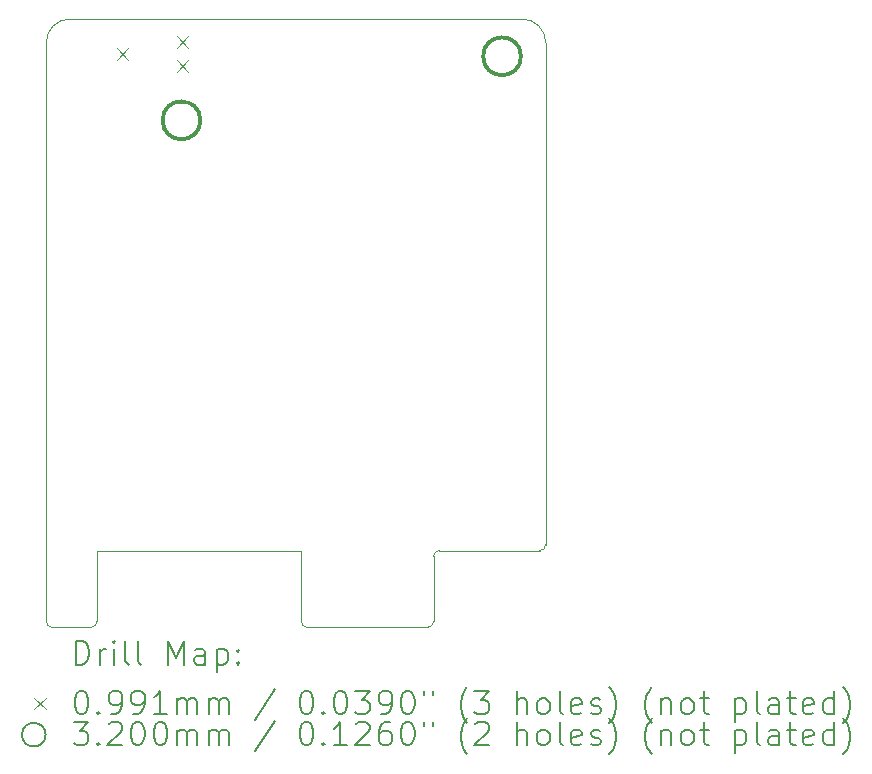
<source format=gbr>
%FSLAX45Y45*%
G04 Gerber Fmt 4.5, Leading zero omitted, Abs format (unit mm)*
G04 Created by KiCad (PCBNEW (6.0.1-0)) date 2022-02-11 21:02:17*
%MOMM*%
%LPD*%
G01*
G04 APERTURE LIST*
%TA.AperFunction,Profile*%
%ADD10C,0.100000*%
%TD*%
%ADD11C,0.200000*%
%ADD12C,0.099060*%
%ADD13C,0.320000*%
G04 APERTURE END LIST*
D10*
X8303200Y-15596800D02*
G75*
G03*
X8353200Y-15646800I50000J0D01*
G01*
X12533200Y-10696800D02*
G75*
G03*
X12333200Y-10496800I-200000J0D01*
G01*
X12333200Y-10496800D02*
X8503200Y-10496800D01*
X12483200Y-14996800D02*
G75*
G03*
X12533200Y-14946800I0J50000D01*
G01*
X8683200Y-15646800D02*
X8353200Y-15646800D01*
X11533200Y-15646800D02*
X10513200Y-15646800D01*
X10463200Y-15596800D02*
G75*
G03*
X10513200Y-15646800I50000J0D01*
G01*
X11533200Y-15646800D02*
G75*
G03*
X11583200Y-15596800I0J50000D01*
G01*
X11583200Y-15596800D02*
X11583200Y-15046800D01*
X10463200Y-14996800D02*
X8733200Y-14996800D01*
X11633200Y-14996800D02*
G75*
G03*
X11583200Y-15046800I0J-50000D01*
G01*
X8733200Y-14996800D02*
X8733200Y-15596800D01*
X10463200Y-15596800D02*
X10463200Y-14996800D01*
X8683200Y-15646800D02*
G75*
G03*
X8733200Y-15596800I0J50000D01*
G01*
X8303200Y-15596800D02*
X8303200Y-10696800D01*
X8503200Y-10496800D02*
G75*
G03*
X8303200Y-10696800I0J-200000D01*
G01*
X12533200Y-10696800D02*
X12533200Y-14946800D01*
X12483200Y-14996800D02*
X11633200Y-14996800D01*
D11*
D12*
X8900070Y-10740610D02*
X8999130Y-10839670D01*
X8999130Y-10740610D02*
X8900070Y-10839670D01*
X9408070Y-10639010D02*
X9507130Y-10738070D01*
X9507130Y-10639010D02*
X9408070Y-10738070D01*
X9408070Y-10842210D02*
X9507130Y-10941270D01*
X9507130Y-10842210D02*
X9408070Y-10941270D01*
D13*
X9608800Y-11353800D02*
G75*
G03*
X9608800Y-11353800I-160000J0D01*
G01*
X12323000Y-10812000D02*
G75*
G03*
X12323000Y-10812000I-160000J0D01*
G01*
D11*
X8555819Y-15962276D02*
X8555819Y-15762276D01*
X8603438Y-15762276D01*
X8632010Y-15771800D01*
X8651057Y-15790848D01*
X8660581Y-15809895D01*
X8670105Y-15847990D01*
X8670105Y-15876562D01*
X8660581Y-15914657D01*
X8651057Y-15933705D01*
X8632010Y-15952752D01*
X8603438Y-15962276D01*
X8555819Y-15962276D01*
X8755819Y-15962276D02*
X8755819Y-15828943D01*
X8755819Y-15867038D02*
X8765343Y-15847990D01*
X8774867Y-15838467D01*
X8793914Y-15828943D01*
X8812962Y-15828943D01*
X8879629Y-15962276D02*
X8879629Y-15828943D01*
X8879629Y-15762276D02*
X8870105Y-15771800D01*
X8879629Y-15781324D01*
X8889152Y-15771800D01*
X8879629Y-15762276D01*
X8879629Y-15781324D01*
X9003438Y-15962276D02*
X8984390Y-15952752D01*
X8974867Y-15933705D01*
X8974867Y-15762276D01*
X9108200Y-15962276D02*
X9089152Y-15952752D01*
X9079629Y-15933705D01*
X9079629Y-15762276D01*
X9336771Y-15962276D02*
X9336771Y-15762276D01*
X9403438Y-15905133D01*
X9470105Y-15762276D01*
X9470105Y-15962276D01*
X9651057Y-15962276D02*
X9651057Y-15857514D01*
X9641533Y-15838467D01*
X9622486Y-15828943D01*
X9584390Y-15828943D01*
X9565343Y-15838467D01*
X9651057Y-15952752D02*
X9632010Y-15962276D01*
X9584390Y-15962276D01*
X9565343Y-15952752D01*
X9555819Y-15933705D01*
X9555819Y-15914657D01*
X9565343Y-15895609D01*
X9584390Y-15886086D01*
X9632010Y-15886086D01*
X9651057Y-15876562D01*
X9746295Y-15828943D02*
X9746295Y-16028943D01*
X9746295Y-15838467D02*
X9765343Y-15828943D01*
X9803438Y-15828943D01*
X9822486Y-15838467D01*
X9832010Y-15847990D01*
X9841533Y-15867038D01*
X9841533Y-15924181D01*
X9832010Y-15943228D01*
X9822486Y-15952752D01*
X9803438Y-15962276D01*
X9765343Y-15962276D01*
X9746295Y-15952752D01*
X9927248Y-15943228D02*
X9936771Y-15952752D01*
X9927248Y-15962276D01*
X9917724Y-15952752D01*
X9927248Y-15943228D01*
X9927248Y-15962276D01*
X9927248Y-15838467D02*
X9936771Y-15847990D01*
X9927248Y-15857514D01*
X9917724Y-15847990D01*
X9927248Y-15838467D01*
X9927248Y-15857514D01*
D12*
X8199140Y-16242270D02*
X8298200Y-16341330D01*
X8298200Y-16242270D02*
X8199140Y-16341330D01*
D11*
X8593914Y-16182276D02*
X8612962Y-16182276D01*
X8632010Y-16191800D01*
X8641533Y-16201324D01*
X8651057Y-16220371D01*
X8660581Y-16258467D01*
X8660581Y-16306086D01*
X8651057Y-16344181D01*
X8641533Y-16363228D01*
X8632010Y-16372752D01*
X8612962Y-16382276D01*
X8593914Y-16382276D01*
X8574867Y-16372752D01*
X8565343Y-16363228D01*
X8555819Y-16344181D01*
X8546295Y-16306086D01*
X8546295Y-16258467D01*
X8555819Y-16220371D01*
X8565343Y-16201324D01*
X8574867Y-16191800D01*
X8593914Y-16182276D01*
X8746295Y-16363228D02*
X8755819Y-16372752D01*
X8746295Y-16382276D01*
X8736771Y-16372752D01*
X8746295Y-16363228D01*
X8746295Y-16382276D01*
X8851057Y-16382276D02*
X8889152Y-16382276D01*
X8908200Y-16372752D01*
X8917724Y-16363228D01*
X8936771Y-16334657D01*
X8946295Y-16296562D01*
X8946295Y-16220371D01*
X8936771Y-16201324D01*
X8927248Y-16191800D01*
X8908200Y-16182276D01*
X8870105Y-16182276D01*
X8851057Y-16191800D01*
X8841533Y-16201324D01*
X8832010Y-16220371D01*
X8832010Y-16267990D01*
X8841533Y-16287038D01*
X8851057Y-16296562D01*
X8870105Y-16306086D01*
X8908200Y-16306086D01*
X8927248Y-16296562D01*
X8936771Y-16287038D01*
X8946295Y-16267990D01*
X9041533Y-16382276D02*
X9079629Y-16382276D01*
X9098676Y-16372752D01*
X9108200Y-16363228D01*
X9127248Y-16334657D01*
X9136771Y-16296562D01*
X9136771Y-16220371D01*
X9127248Y-16201324D01*
X9117724Y-16191800D01*
X9098676Y-16182276D01*
X9060581Y-16182276D01*
X9041533Y-16191800D01*
X9032010Y-16201324D01*
X9022486Y-16220371D01*
X9022486Y-16267990D01*
X9032010Y-16287038D01*
X9041533Y-16296562D01*
X9060581Y-16306086D01*
X9098676Y-16306086D01*
X9117724Y-16296562D01*
X9127248Y-16287038D01*
X9136771Y-16267990D01*
X9327248Y-16382276D02*
X9212962Y-16382276D01*
X9270105Y-16382276D02*
X9270105Y-16182276D01*
X9251057Y-16210848D01*
X9232010Y-16229895D01*
X9212962Y-16239419D01*
X9412962Y-16382276D02*
X9412962Y-16248943D01*
X9412962Y-16267990D02*
X9422486Y-16258467D01*
X9441533Y-16248943D01*
X9470105Y-16248943D01*
X9489152Y-16258467D01*
X9498676Y-16277514D01*
X9498676Y-16382276D01*
X9498676Y-16277514D02*
X9508200Y-16258467D01*
X9527248Y-16248943D01*
X9555819Y-16248943D01*
X9574867Y-16258467D01*
X9584390Y-16277514D01*
X9584390Y-16382276D01*
X9679629Y-16382276D02*
X9679629Y-16248943D01*
X9679629Y-16267990D02*
X9689152Y-16258467D01*
X9708200Y-16248943D01*
X9736771Y-16248943D01*
X9755819Y-16258467D01*
X9765343Y-16277514D01*
X9765343Y-16382276D01*
X9765343Y-16277514D02*
X9774867Y-16258467D01*
X9793914Y-16248943D01*
X9822486Y-16248943D01*
X9841533Y-16258467D01*
X9851057Y-16277514D01*
X9851057Y-16382276D01*
X10241533Y-16172752D02*
X10070105Y-16429895D01*
X10498676Y-16182276D02*
X10517724Y-16182276D01*
X10536771Y-16191800D01*
X10546295Y-16201324D01*
X10555819Y-16220371D01*
X10565343Y-16258467D01*
X10565343Y-16306086D01*
X10555819Y-16344181D01*
X10546295Y-16363228D01*
X10536771Y-16372752D01*
X10517724Y-16382276D01*
X10498676Y-16382276D01*
X10479629Y-16372752D01*
X10470105Y-16363228D01*
X10460581Y-16344181D01*
X10451057Y-16306086D01*
X10451057Y-16258467D01*
X10460581Y-16220371D01*
X10470105Y-16201324D01*
X10479629Y-16191800D01*
X10498676Y-16182276D01*
X10651057Y-16363228D02*
X10660581Y-16372752D01*
X10651057Y-16382276D01*
X10641533Y-16372752D01*
X10651057Y-16363228D01*
X10651057Y-16382276D01*
X10784390Y-16182276D02*
X10803438Y-16182276D01*
X10822486Y-16191800D01*
X10832010Y-16201324D01*
X10841533Y-16220371D01*
X10851057Y-16258467D01*
X10851057Y-16306086D01*
X10841533Y-16344181D01*
X10832010Y-16363228D01*
X10822486Y-16372752D01*
X10803438Y-16382276D01*
X10784390Y-16382276D01*
X10765343Y-16372752D01*
X10755819Y-16363228D01*
X10746295Y-16344181D01*
X10736771Y-16306086D01*
X10736771Y-16258467D01*
X10746295Y-16220371D01*
X10755819Y-16201324D01*
X10765343Y-16191800D01*
X10784390Y-16182276D01*
X10917724Y-16182276D02*
X11041533Y-16182276D01*
X10974867Y-16258467D01*
X11003438Y-16258467D01*
X11022486Y-16267990D01*
X11032010Y-16277514D01*
X11041533Y-16296562D01*
X11041533Y-16344181D01*
X11032010Y-16363228D01*
X11022486Y-16372752D01*
X11003438Y-16382276D01*
X10946295Y-16382276D01*
X10927248Y-16372752D01*
X10917724Y-16363228D01*
X11136771Y-16382276D02*
X11174867Y-16382276D01*
X11193914Y-16372752D01*
X11203438Y-16363228D01*
X11222486Y-16334657D01*
X11232009Y-16296562D01*
X11232009Y-16220371D01*
X11222486Y-16201324D01*
X11212962Y-16191800D01*
X11193914Y-16182276D01*
X11155819Y-16182276D01*
X11136771Y-16191800D01*
X11127248Y-16201324D01*
X11117724Y-16220371D01*
X11117724Y-16267990D01*
X11127248Y-16287038D01*
X11136771Y-16296562D01*
X11155819Y-16306086D01*
X11193914Y-16306086D01*
X11212962Y-16296562D01*
X11222486Y-16287038D01*
X11232009Y-16267990D01*
X11355819Y-16182276D02*
X11374867Y-16182276D01*
X11393914Y-16191800D01*
X11403438Y-16201324D01*
X11412962Y-16220371D01*
X11422486Y-16258467D01*
X11422486Y-16306086D01*
X11412962Y-16344181D01*
X11403438Y-16363228D01*
X11393914Y-16372752D01*
X11374867Y-16382276D01*
X11355819Y-16382276D01*
X11336771Y-16372752D01*
X11327248Y-16363228D01*
X11317724Y-16344181D01*
X11308200Y-16306086D01*
X11308200Y-16258467D01*
X11317724Y-16220371D01*
X11327248Y-16201324D01*
X11336771Y-16191800D01*
X11355819Y-16182276D01*
X11498676Y-16182276D02*
X11498676Y-16220371D01*
X11574867Y-16182276D02*
X11574867Y-16220371D01*
X11870105Y-16458467D02*
X11860581Y-16448943D01*
X11841533Y-16420371D01*
X11832009Y-16401324D01*
X11822486Y-16372752D01*
X11812962Y-16325133D01*
X11812962Y-16287038D01*
X11822486Y-16239419D01*
X11832009Y-16210848D01*
X11841533Y-16191800D01*
X11860581Y-16163228D01*
X11870105Y-16153705D01*
X11927248Y-16182276D02*
X12051057Y-16182276D01*
X11984390Y-16258467D01*
X12012962Y-16258467D01*
X12032009Y-16267990D01*
X12041533Y-16277514D01*
X12051057Y-16296562D01*
X12051057Y-16344181D01*
X12041533Y-16363228D01*
X12032009Y-16372752D01*
X12012962Y-16382276D01*
X11955819Y-16382276D01*
X11936771Y-16372752D01*
X11927248Y-16363228D01*
X12289152Y-16382276D02*
X12289152Y-16182276D01*
X12374867Y-16382276D02*
X12374867Y-16277514D01*
X12365343Y-16258467D01*
X12346295Y-16248943D01*
X12317724Y-16248943D01*
X12298676Y-16258467D01*
X12289152Y-16267990D01*
X12498676Y-16382276D02*
X12479628Y-16372752D01*
X12470105Y-16363228D01*
X12460581Y-16344181D01*
X12460581Y-16287038D01*
X12470105Y-16267990D01*
X12479628Y-16258467D01*
X12498676Y-16248943D01*
X12527248Y-16248943D01*
X12546295Y-16258467D01*
X12555819Y-16267990D01*
X12565343Y-16287038D01*
X12565343Y-16344181D01*
X12555819Y-16363228D01*
X12546295Y-16372752D01*
X12527248Y-16382276D01*
X12498676Y-16382276D01*
X12679628Y-16382276D02*
X12660581Y-16372752D01*
X12651057Y-16353705D01*
X12651057Y-16182276D01*
X12832009Y-16372752D02*
X12812962Y-16382276D01*
X12774867Y-16382276D01*
X12755819Y-16372752D01*
X12746295Y-16353705D01*
X12746295Y-16277514D01*
X12755819Y-16258467D01*
X12774867Y-16248943D01*
X12812962Y-16248943D01*
X12832009Y-16258467D01*
X12841533Y-16277514D01*
X12841533Y-16296562D01*
X12746295Y-16315609D01*
X12917724Y-16372752D02*
X12936771Y-16382276D01*
X12974867Y-16382276D01*
X12993914Y-16372752D01*
X13003438Y-16353705D01*
X13003438Y-16344181D01*
X12993914Y-16325133D01*
X12974867Y-16315609D01*
X12946295Y-16315609D01*
X12927248Y-16306086D01*
X12917724Y-16287038D01*
X12917724Y-16277514D01*
X12927248Y-16258467D01*
X12946295Y-16248943D01*
X12974867Y-16248943D01*
X12993914Y-16258467D01*
X13070105Y-16458467D02*
X13079628Y-16448943D01*
X13098676Y-16420371D01*
X13108200Y-16401324D01*
X13117724Y-16372752D01*
X13127248Y-16325133D01*
X13127248Y-16287038D01*
X13117724Y-16239419D01*
X13108200Y-16210848D01*
X13098676Y-16191800D01*
X13079628Y-16163228D01*
X13070105Y-16153705D01*
X13432009Y-16458467D02*
X13422486Y-16448943D01*
X13403438Y-16420371D01*
X13393914Y-16401324D01*
X13384390Y-16372752D01*
X13374867Y-16325133D01*
X13374867Y-16287038D01*
X13384390Y-16239419D01*
X13393914Y-16210848D01*
X13403438Y-16191800D01*
X13422486Y-16163228D01*
X13432009Y-16153705D01*
X13508200Y-16248943D02*
X13508200Y-16382276D01*
X13508200Y-16267990D02*
X13517724Y-16258467D01*
X13536771Y-16248943D01*
X13565343Y-16248943D01*
X13584390Y-16258467D01*
X13593914Y-16277514D01*
X13593914Y-16382276D01*
X13717724Y-16382276D02*
X13698676Y-16372752D01*
X13689152Y-16363228D01*
X13679628Y-16344181D01*
X13679628Y-16287038D01*
X13689152Y-16267990D01*
X13698676Y-16258467D01*
X13717724Y-16248943D01*
X13746295Y-16248943D01*
X13765343Y-16258467D01*
X13774867Y-16267990D01*
X13784390Y-16287038D01*
X13784390Y-16344181D01*
X13774867Y-16363228D01*
X13765343Y-16372752D01*
X13746295Y-16382276D01*
X13717724Y-16382276D01*
X13841533Y-16248943D02*
X13917724Y-16248943D01*
X13870105Y-16182276D02*
X13870105Y-16353705D01*
X13879628Y-16372752D01*
X13898676Y-16382276D01*
X13917724Y-16382276D01*
X14136771Y-16248943D02*
X14136771Y-16448943D01*
X14136771Y-16258467D02*
X14155819Y-16248943D01*
X14193914Y-16248943D01*
X14212962Y-16258467D01*
X14222486Y-16267990D01*
X14232009Y-16287038D01*
X14232009Y-16344181D01*
X14222486Y-16363228D01*
X14212962Y-16372752D01*
X14193914Y-16382276D01*
X14155819Y-16382276D01*
X14136771Y-16372752D01*
X14346295Y-16382276D02*
X14327248Y-16372752D01*
X14317724Y-16353705D01*
X14317724Y-16182276D01*
X14508200Y-16382276D02*
X14508200Y-16277514D01*
X14498676Y-16258467D01*
X14479628Y-16248943D01*
X14441533Y-16248943D01*
X14422486Y-16258467D01*
X14508200Y-16372752D02*
X14489152Y-16382276D01*
X14441533Y-16382276D01*
X14422486Y-16372752D01*
X14412962Y-16353705D01*
X14412962Y-16334657D01*
X14422486Y-16315609D01*
X14441533Y-16306086D01*
X14489152Y-16306086D01*
X14508200Y-16296562D01*
X14574867Y-16248943D02*
X14651057Y-16248943D01*
X14603438Y-16182276D02*
X14603438Y-16353705D01*
X14612962Y-16372752D01*
X14632009Y-16382276D01*
X14651057Y-16382276D01*
X14793914Y-16372752D02*
X14774867Y-16382276D01*
X14736771Y-16382276D01*
X14717724Y-16372752D01*
X14708200Y-16353705D01*
X14708200Y-16277514D01*
X14717724Y-16258467D01*
X14736771Y-16248943D01*
X14774867Y-16248943D01*
X14793914Y-16258467D01*
X14803438Y-16277514D01*
X14803438Y-16296562D01*
X14708200Y-16315609D01*
X14974867Y-16382276D02*
X14974867Y-16182276D01*
X14974867Y-16372752D02*
X14955819Y-16382276D01*
X14917724Y-16382276D01*
X14898676Y-16372752D01*
X14889152Y-16363228D01*
X14879628Y-16344181D01*
X14879628Y-16287038D01*
X14889152Y-16267990D01*
X14898676Y-16258467D01*
X14917724Y-16248943D01*
X14955819Y-16248943D01*
X14974867Y-16258467D01*
X15051057Y-16458467D02*
X15060581Y-16448943D01*
X15079628Y-16420371D01*
X15089152Y-16401324D01*
X15098676Y-16372752D01*
X15108200Y-16325133D01*
X15108200Y-16287038D01*
X15098676Y-16239419D01*
X15089152Y-16210848D01*
X15079628Y-16191800D01*
X15060581Y-16163228D01*
X15051057Y-16153705D01*
X8298200Y-16555800D02*
G75*
G03*
X8298200Y-16555800I-100000J0D01*
G01*
X8536771Y-16446276D02*
X8660581Y-16446276D01*
X8593914Y-16522467D01*
X8622486Y-16522467D01*
X8641533Y-16531990D01*
X8651057Y-16541514D01*
X8660581Y-16560562D01*
X8660581Y-16608181D01*
X8651057Y-16627228D01*
X8641533Y-16636752D01*
X8622486Y-16646276D01*
X8565343Y-16646276D01*
X8546295Y-16636752D01*
X8536771Y-16627228D01*
X8746295Y-16627228D02*
X8755819Y-16636752D01*
X8746295Y-16646276D01*
X8736771Y-16636752D01*
X8746295Y-16627228D01*
X8746295Y-16646276D01*
X8832010Y-16465324D02*
X8841533Y-16455800D01*
X8860581Y-16446276D01*
X8908200Y-16446276D01*
X8927248Y-16455800D01*
X8936771Y-16465324D01*
X8946295Y-16484371D01*
X8946295Y-16503419D01*
X8936771Y-16531990D01*
X8822486Y-16646276D01*
X8946295Y-16646276D01*
X9070105Y-16446276D02*
X9089152Y-16446276D01*
X9108200Y-16455800D01*
X9117724Y-16465324D01*
X9127248Y-16484371D01*
X9136771Y-16522467D01*
X9136771Y-16570086D01*
X9127248Y-16608181D01*
X9117724Y-16627228D01*
X9108200Y-16636752D01*
X9089152Y-16646276D01*
X9070105Y-16646276D01*
X9051057Y-16636752D01*
X9041533Y-16627228D01*
X9032010Y-16608181D01*
X9022486Y-16570086D01*
X9022486Y-16522467D01*
X9032010Y-16484371D01*
X9041533Y-16465324D01*
X9051057Y-16455800D01*
X9070105Y-16446276D01*
X9260581Y-16446276D02*
X9279629Y-16446276D01*
X9298676Y-16455800D01*
X9308200Y-16465324D01*
X9317724Y-16484371D01*
X9327248Y-16522467D01*
X9327248Y-16570086D01*
X9317724Y-16608181D01*
X9308200Y-16627228D01*
X9298676Y-16636752D01*
X9279629Y-16646276D01*
X9260581Y-16646276D01*
X9241533Y-16636752D01*
X9232010Y-16627228D01*
X9222486Y-16608181D01*
X9212962Y-16570086D01*
X9212962Y-16522467D01*
X9222486Y-16484371D01*
X9232010Y-16465324D01*
X9241533Y-16455800D01*
X9260581Y-16446276D01*
X9412962Y-16646276D02*
X9412962Y-16512943D01*
X9412962Y-16531990D02*
X9422486Y-16522467D01*
X9441533Y-16512943D01*
X9470105Y-16512943D01*
X9489152Y-16522467D01*
X9498676Y-16541514D01*
X9498676Y-16646276D01*
X9498676Y-16541514D02*
X9508200Y-16522467D01*
X9527248Y-16512943D01*
X9555819Y-16512943D01*
X9574867Y-16522467D01*
X9584390Y-16541514D01*
X9584390Y-16646276D01*
X9679629Y-16646276D02*
X9679629Y-16512943D01*
X9679629Y-16531990D02*
X9689152Y-16522467D01*
X9708200Y-16512943D01*
X9736771Y-16512943D01*
X9755819Y-16522467D01*
X9765343Y-16541514D01*
X9765343Y-16646276D01*
X9765343Y-16541514D02*
X9774867Y-16522467D01*
X9793914Y-16512943D01*
X9822486Y-16512943D01*
X9841533Y-16522467D01*
X9851057Y-16541514D01*
X9851057Y-16646276D01*
X10241533Y-16436752D02*
X10070105Y-16693895D01*
X10498676Y-16446276D02*
X10517724Y-16446276D01*
X10536771Y-16455800D01*
X10546295Y-16465324D01*
X10555819Y-16484371D01*
X10565343Y-16522467D01*
X10565343Y-16570086D01*
X10555819Y-16608181D01*
X10546295Y-16627228D01*
X10536771Y-16636752D01*
X10517724Y-16646276D01*
X10498676Y-16646276D01*
X10479629Y-16636752D01*
X10470105Y-16627228D01*
X10460581Y-16608181D01*
X10451057Y-16570086D01*
X10451057Y-16522467D01*
X10460581Y-16484371D01*
X10470105Y-16465324D01*
X10479629Y-16455800D01*
X10498676Y-16446276D01*
X10651057Y-16627228D02*
X10660581Y-16636752D01*
X10651057Y-16646276D01*
X10641533Y-16636752D01*
X10651057Y-16627228D01*
X10651057Y-16646276D01*
X10851057Y-16646276D02*
X10736771Y-16646276D01*
X10793914Y-16646276D02*
X10793914Y-16446276D01*
X10774867Y-16474848D01*
X10755819Y-16493895D01*
X10736771Y-16503419D01*
X10927248Y-16465324D02*
X10936771Y-16455800D01*
X10955819Y-16446276D01*
X11003438Y-16446276D01*
X11022486Y-16455800D01*
X11032010Y-16465324D01*
X11041533Y-16484371D01*
X11041533Y-16503419D01*
X11032010Y-16531990D01*
X10917724Y-16646276D01*
X11041533Y-16646276D01*
X11212962Y-16446276D02*
X11174867Y-16446276D01*
X11155819Y-16455800D01*
X11146295Y-16465324D01*
X11127248Y-16493895D01*
X11117724Y-16531990D01*
X11117724Y-16608181D01*
X11127248Y-16627228D01*
X11136771Y-16636752D01*
X11155819Y-16646276D01*
X11193914Y-16646276D01*
X11212962Y-16636752D01*
X11222486Y-16627228D01*
X11232009Y-16608181D01*
X11232009Y-16560562D01*
X11222486Y-16541514D01*
X11212962Y-16531990D01*
X11193914Y-16522467D01*
X11155819Y-16522467D01*
X11136771Y-16531990D01*
X11127248Y-16541514D01*
X11117724Y-16560562D01*
X11355819Y-16446276D02*
X11374867Y-16446276D01*
X11393914Y-16455800D01*
X11403438Y-16465324D01*
X11412962Y-16484371D01*
X11422486Y-16522467D01*
X11422486Y-16570086D01*
X11412962Y-16608181D01*
X11403438Y-16627228D01*
X11393914Y-16636752D01*
X11374867Y-16646276D01*
X11355819Y-16646276D01*
X11336771Y-16636752D01*
X11327248Y-16627228D01*
X11317724Y-16608181D01*
X11308200Y-16570086D01*
X11308200Y-16522467D01*
X11317724Y-16484371D01*
X11327248Y-16465324D01*
X11336771Y-16455800D01*
X11355819Y-16446276D01*
X11498676Y-16446276D02*
X11498676Y-16484371D01*
X11574867Y-16446276D02*
X11574867Y-16484371D01*
X11870105Y-16722467D02*
X11860581Y-16712943D01*
X11841533Y-16684371D01*
X11832009Y-16665324D01*
X11822486Y-16636752D01*
X11812962Y-16589133D01*
X11812962Y-16551038D01*
X11822486Y-16503419D01*
X11832009Y-16474848D01*
X11841533Y-16455800D01*
X11860581Y-16427228D01*
X11870105Y-16417705D01*
X11936771Y-16465324D02*
X11946295Y-16455800D01*
X11965343Y-16446276D01*
X12012962Y-16446276D01*
X12032009Y-16455800D01*
X12041533Y-16465324D01*
X12051057Y-16484371D01*
X12051057Y-16503419D01*
X12041533Y-16531990D01*
X11927248Y-16646276D01*
X12051057Y-16646276D01*
X12289152Y-16646276D02*
X12289152Y-16446276D01*
X12374867Y-16646276D02*
X12374867Y-16541514D01*
X12365343Y-16522467D01*
X12346295Y-16512943D01*
X12317724Y-16512943D01*
X12298676Y-16522467D01*
X12289152Y-16531990D01*
X12498676Y-16646276D02*
X12479628Y-16636752D01*
X12470105Y-16627228D01*
X12460581Y-16608181D01*
X12460581Y-16551038D01*
X12470105Y-16531990D01*
X12479628Y-16522467D01*
X12498676Y-16512943D01*
X12527248Y-16512943D01*
X12546295Y-16522467D01*
X12555819Y-16531990D01*
X12565343Y-16551038D01*
X12565343Y-16608181D01*
X12555819Y-16627228D01*
X12546295Y-16636752D01*
X12527248Y-16646276D01*
X12498676Y-16646276D01*
X12679628Y-16646276D02*
X12660581Y-16636752D01*
X12651057Y-16617705D01*
X12651057Y-16446276D01*
X12832009Y-16636752D02*
X12812962Y-16646276D01*
X12774867Y-16646276D01*
X12755819Y-16636752D01*
X12746295Y-16617705D01*
X12746295Y-16541514D01*
X12755819Y-16522467D01*
X12774867Y-16512943D01*
X12812962Y-16512943D01*
X12832009Y-16522467D01*
X12841533Y-16541514D01*
X12841533Y-16560562D01*
X12746295Y-16579609D01*
X12917724Y-16636752D02*
X12936771Y-16646276D01*
X12974867Y-16646276D01*
X12993914Y-16636752D01*
X13003438Y-16617705D01*
X13003438Y-16608181D01*
X12993914Y-16589133D01*
X12974867Y-16579609D01*
X12946295Y-16579609D01*
X12927248Y-16570086D01*
X12917724Y-16551038D01*
X12917724Y-16541514D01*
X12927248Y-16522467D01*
X12946295Y-16512943D01*
X12974867Y-16512943D01*
X12993914Y-16522467D01*
X13070105Y-16722467D02*
X13079628Y-16712943D01*
X13098676Y-16684371D01*
X13108200Y-16665324D01*
X13117724Y-16636752D01*
X13127248Y-16589133D01*
X13127248Y-16551038D01*
X13117724Y-16503419D01*
X13108200Y-16474848D01*
X13098676Y-16455800D01*
X13079628Y-16427228D01*
X13070105Y-16417705D01*
X13432009Y-16722467D02*
X13422486Y-16712943D01*
X13403438Y-16684371D01*
X13393914Y-16665324D01*
X13384390Y-16636752D01*
X13374867Y-16589133D01*
X13374867Y-16551038D01*
X13384390Y-16503419D01*
X13393914Y-16474848D01*
X13403438Y-16455800D01*
X13422486Y-16427228D01*
X13432009Y-16417705D01*
X13508200Y-16512943D02*
X13508200Y-16646276D01*
X13508200Y-16531990D02*
X13517724Y-16522467D01*
X13536771Y-16512943D01*
X13565343Y-16512943D01*
X13584390Y-16522467D01*
X13593914Y-16541514D01*
X13593914Y-16646276D01*
X13717724Y-16646276D02*
X13698676Y-16636752D01*
X13689152Y-16627228D01*
X13679628Y-16608181D01*
X13679628Y-16551038D01*
X13689152Y-16531990D01*
X13698676Y-16522467D01*
X13717724Y-16512943D01*
X13746295Y-16512943D01*
X13765343Y-16522467D01*
X13774867Y-16531990D01*
X13784390Y-16551038D01*
X13784390Y-16608181D01*
X13774867Y-16627228D01*
X13765343Y-16636752D01*
X13746295Y-16646276D01*
X13717724Y-16646276D01*
X13841533Y-16512943D02*
X13917724Y-16512943D01*
X13870105Y-16446276D02*
X13870105Y-16617705D01*
X13879628Y-16636752D01*
X13898676Y-16646276D01*
X13917724Y-16646276D01*
X14136771Y-16512943D02*
X14136771Y-16712943D01*
X14136771Y-16522467D02*
X14155819Y-16512943D01*
X14193914Y-16512943D01*
X14212962Y-16522467D01*
X14222486Y-16531990D01*
X14232009Y-16551038D01*
X14232009Y-16608181D01*
X14222486Y-16627228D01*
X14212962Y-16636752D01*
X14193914Y-16646276D01*
X14155819Y-16646276D01*
X14136771Y-16636752D01*
X14346295Y-16646276D02*
X14327248Y-16636752D01*
X14317724Y-16617705D01*
X14317724Y-16446276D01*
X14508200Y-16646276D02*
X14508200Y-16541514D01*
X14498676Y-16522467D01*
X14479628Y-16512943D01*
X14441533Y-16512943D01*
X14422486Y-16522467D01*
X14508200Y-16636752D02*
X14489152Y-16646276D01*
X14441533Y-16646276D01*
X14422486Y-16636752D01*
X14412962Y-16617705D01*
X14412962Y-16598657D01*
X14422486Y-16579609D01*
X14441533Y-16570086D01*
X14489152Y-16570086D01*
X14508200Y-16560562D01*
X14574867Y-16512943D02*
X14651057Y-16512943D01*
X14603438Y-16446276D02*
X14603438Y-16617705D01*
X14612962Y-16636752D01*
X14632009Y-16646276D01*
X14651057Y-16646276D01*
X14793914Y-16636752D02*
X14774867Y-16646276D01*
X14736771Y-16646276D01*
X14717724Y-16636752D01*
X14708200Y-16617705D01*
X14708200Y-16541514D01*
X14717724Y-16522467D01*
X14736771Y-16512943D01*
X14774867Y-16512943D01*
X14793914Y-16522467D01*
X14803438Y-16541514D01*
X14803438Y-16560562D01*
X14708200Y-16579609D01*
X14974867Y-16646276D02*
X14974867Y-16446276D01*
X14974867Y-16636752D02*
X14955819Y-16646276D01*
X14917724Y-16646276D01*
X14898676Y-16636752D01*
X14889152Y-16627228D01*
X14879628Y-16608181D01*
X14879628Y-16551038D01*
X14889152Y-16531990D01*
X14898676Y-16522467D01*
X14917724Y-16512943D01*
X14955819Y-16512943D01*
X14974867Y-16522467D01*
X15051057Y-16722467D02*
X15060581Y-16712943D01*
X15079628Y-16684371D01*
X15089152Y-16665324D01*
X15098676Y-16636752D01*
X15108200Y-16589133D01*
X15108200Y-16551038D01*
X15098676Y-16503419D01*
X15089152Y-16474848D01*
X15079628Y-16455800D01*
X15060581Y-16427228D01*
X15051057Y-16417705D01*
M02*

</source>
